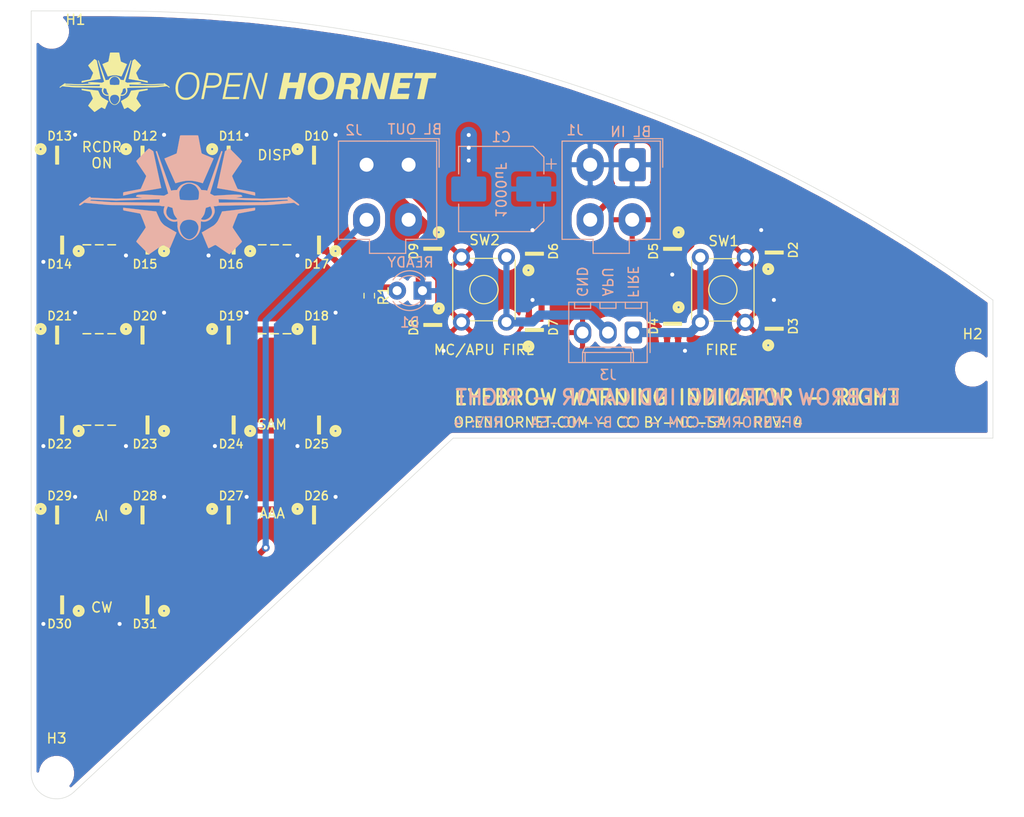
<source format=kicad_pcb>
(kicad_pcb (version 20171130) (host pcbnew "(5.1.12-1-10_14)")
  (layers (0 F.Cu signal) (31 B.Cu signal) (34 B.Paste user) (35 F.Paste user) (36 B.SilkS user) (37 F.SilkS user) (38 B.Mask user) (39 F.Mask user) (44 Edge.Cuts user))
  (net 0 "")
  (net 1 GND)
  (net 2 +5V)
  (net 3 "Net-(D1-Pad2)")
  (net 4 /DIN)
  (net 5 "Net-(D2-Pad1)")
  (net 6 "Net-(D3-Pad1)")
  (net 7 "Net-(D4-Pad1)")
  (net 8 "Net-(D5-Pad1)")
  (net 9 "Net-(D6-Pad1)")
  (net 10 "Net-(D7-Pad1)")
  (net 11 "Net-(D8-Pad1)")
  (net 12 /DOUT1)
  (net 13 "Net-(D10-Pad1)")
  (net 14 "Net-(D11-Pad1)")
  (net 15 "Net-(D12-Pad1)")
  (net 16 "Net-(D13-Pad1)")
  (net 17 "Net-(D14-Pad1)")
  (net 18 "Net-(D15-Pad1)")
  (net 19 "Net-(D16-Pad1)")
  (net 20 /DOUT2)
  (net 21 "Net-(D18-Pad1)")
  (net 22 "Net-(D19-Pad1)")
  (net 23 "Net-(D20-Pad1)")
  (net 24 "Net-(D21-Pad1)")
  (net 25 "Net-(D22-Pad1)")
  (net 26 "Net-(D23-Pad1)")
  (net 27 "Net-(D24-Pad1)")
  (net 28 /DOUT3)
  (net 29 "Net-(D26-Pad1)")
  (net 30 "Net-(D27-Pad1)")
  (net 31 "Net-(D28-Pad1)")
  (net 32 "Net-(D29-Pad1)")
  (net 33 "Net-(D30-Pad1)")
  (net 34 /DOUT)
  (net 35 /MC_SW)
  (net 36 /FIRE_SW)
  (module KiCAD_Libraries:WS2812-2020 (layer F.Cu) (at 112.712499 116.842797)
    (fp_text reference D31 (at 0 1.905) (layer F.SilkS) (effects (font (size 0.85 0.85))))
    (fp_text value LED hide)
    (pad 4 smd rect (at -0.915 0.55) (size 0.7 0.7) (layers F.Cu F.Paste F.Mask) (net 2 +5V))
    (pad 3 smd rect (at -0.915 -0.55) (size 0.7 0.7) (layers F.Cu F.Paste F.Mask) (net 33 "Net-(D30-Pad1)"))
    (pad 2 smd rect (at 0.915 -0.55) (size 0.7 0.7) (layers F.Cu F.Paste F.Mask) (net 1 GND))
    (pad 1 smd rect (at 0.915 0.55) (size 0.7 0.7) (layers F.Cu F.Paste F.Mask) (net 34 /DOUT))
  )
  (module KiCAD_Libraries:WS2812-2020 (layer F.Cu) (at 104.178099 116.842797)
    (fp_text reference D30 (at 0 1.905) (layer F.SilkS) (effects (font (size 0.85 0.85))))
    (fp_text value LED hide)
    (pad 4 smd rect (at -0.915 0.55) (size 0.7 0.7) (layers F.Cu F.Paste F.Mask) (net 2 +5V))
    (pad 3 smd rect (at -0.915 -0.55) (size 0.7 0.7) (layers F.Cu F.Paste F.Mask) (net 32 "Net-(D29-Pad1)"))
    (pad 2 smd rect (at 0.915 -0.55) (size 0.7 0.7) (layers F.Cu F.Paste F.Mask) (net 1 GND))
    (pad 1 smd rect (at 0.915 0.55) (size 0.7 0.7) (layers F.Cu F.Paste F.Mask) (net 33 "Net-(D30-Pad1)"))
  )
  (module KiCAD_Libraries:WS2812-2020 (layer F.Cu) (at 104.178099 107.851197 180)
    (fp_text reference D29 (at 0 1.905) (layer F.SilkS) (effects (font (size 0.85 0.85))))
    (fp_text value LED hide)
    (pad 4 smd rect (at -0.915 0.55 180) (size 0.7 0.7) (layers F.Cu F.Paste F.Mask) (net 2 +5V))
    (pad 3 smd rect (at -0.915 -0.55 180) (size 0.7 0.7) (layers F.Cu F.Paste F.Mask) (net 31 "Net-(D28-Pad1)"))
    (pad 2 smd rect (at 0.915 -0.55 180) (size 0.7 0.7) (layers F.Cu F.Paste F.Mask) (net 1 GND))
    (pad 1 smd rect (at 0.915 0.55 180) (size 0.7 0.7) (layers F.Cu F.Paste F.Mask) (net 32 "Net-(D29-Pad1)"))
  )
  (module KiCAD_Libraries:WS2812-2020 (layer F.Cu) (at 112.712499 107.851197 180)
    (fp_text reference D28 (at 0 1.905) (layer F.SilkS) (effects (font (size 0.85 0.85))))
    (fp_text value LED hide)
    (pad 4 smd rect (at -0.915 0.55 180) (size 0.7 0.7) (layers F.Cu F.Paste F.Mask) (net 2 +5V))
    (pad 3 smd rect (at -0.915 -0.55 180) (size 0.7 0.7) (layers F.Cu F.Paste F.Mask) (net 30 "Net-(D27-Pad1)"))
    (pad 2 smd rect (at 0.915 -0.55 180) (size 0.7 0.7) (layers F.Cu F.Paste F.Mask) (net 1 GND))
    (pad 1 smd rect (at 0.915 0.55 180) (size 0.7 0.7) (layers F.Cu F.Paste F.Mask) (net 31 "Net-(D28-Pad1)"))
  )
  (module KiCAD_Libraries:WS2812-2020 (layer F.Cu) (at 121.323099 107.851197 180)
    (fp_text reference D27 (at 0 1.905) (layer F.SilkS) (effects (font (size 0.85 0.85))))
    (fp_text value LED hide)
    (pad 4 smd rect (at -0.915 0.55 180) (size 0.7 0.7) (layers F.Cu F.Paste F.Mask) (net 2 +5V))
    (pad 3 smd rect (at -0.915 -0.55 180) (size 0.7 0.7) (layers F.Cu F.Paste F.Mask) (net 29 "Net-(D26-Pad1)"))
    (pad 2 smd rect (at 0.915 -0.55 180) (size 0.7 0.7) (layers F.Cu F.Paste F.Mask) (net 1 GND))
    (pad 1 smd rect (at 0.915 0.55 180) (size 0.7 0.7) (layers F.Cu F.Paste F.Mask) (net 30 "Net-(D27-Pad1)"))
  )
  (module KiCAD_Libraries:WS2812-2020 (layer F.Cu) (at 129.857499 107.851197 180)
    (fp_text reference D26 (at 0 1.905) (layer F.SilkS) (effects (font (size 0.85 0.85))))
    (fp_text value LED hide)
    (pad 4 smd rect (at -0.915 0.55 180) (size 0.7 0.7) (layers F.Cu F.Paste F.Mask) (net 2 +5V))
    (pad 3 smd rect (at -0.915 -0.55 180) (size 0.7 0.7) (layers F.Cu F.Paste F.Mask) (net 28 /DOUT3))
    (pad 2 smd rect (at 0.915 -0.55 180) (size 0.7 0.7) (layers F.Cu F.Paste F.Mask) (net 1 GND))
    (pad 1 smd rect (at 0.915 0.55 180) (size 0.7 0.7) (layers F.Cu F.Paste F.Mask) (net 29 "Net-(D26-Pad1)"))
  )
  (module KiCAD_Libraries:WS2812-2020 (layer F.Cu) (at 129.857499 98.859597)
    (fp_text reference D25 (at 0 1.905) (layer F.SilkS) (effects (font (size 0.85 0.85))))
    (fp_text value LED hide)
    (pad 4 smd rect (at -0.915 0.55) (size 0.7 0.7) (layers F.Cu F.Paste F.Mask) (net 2 +5V))
    (pad 3 smd rect (at -0.915 -0.55) (size 0.7 0.7) (layers F.Cu F.Paste F.Mask) (net 27 "Net-(D24-Pad1)"))
    (pad 2 smd rect (at 0.915 -0.55) (size 0.7 0.7) (layers F.Cu F.Paste F.Mask) (net 1 GND))
    (pad 1 smd rect (at 0.915 0.55) (size 0.7 0.7) (layers F.Cu F.Paste F.Mask) (net 28 /DOUT3))
  )
  (module KiCAD_Libraries:WS2812-2020 (layer F.Cu) (at 121.323099 98.859597)
    (fp_text reference D24 (at 0 1.905) (layer F.SilkS) (effects (font (size 0.85 0.85))))
    (fp_text value LED hide)
    (pad 4 smd rect (at -0.915 0.55) (size 0.7 0.7) (layers F.Cu F.Paste F.Mask) (net 2 +5V))
    (pad 3 smd rect (at -0.915 -0.55) (size 0.7 0.7) (layers F.Cu F.Paste F.Mask) (net 26 "Net-(D23-Pad1)"))
    (pad 2 smd rect (at 0.915 -0.55) (size 0.7 0.7) (layers F.Cu F.Paste F.Mask) (net 1 GND))
    (pad 1 smd rect (at 0.915 0.55) (size 0.7 0.7) (layers F.Cu F.Paste F.Mask) (net 27 "Net-(D24-Pad1)"))
  )
  (module KiCAD_Libraries:WS2812-2020 (layer F.Cu) (at 112.712499 98.859597)
    (fp_text reference D23 (at 0 1.905) (layer F.SilkS) (effects (font (size 0.85 0.85))))
    (fp_text value LED hide)
    (pad 4 smd rect (at -0.915 0.55) (size 0.7 0.7) (layers F.Cu F.Paste F.Mask) (net 2 +5V))
    (pad 3 smd rect (at -0.915 -0.55) (size 0.7 0.7) (layers F.Cu F.Paste F.Mask) (net 25 "Net-(D22-Pad1)"))
    (pad 2 smd rect (at 0.915 -0.55) (size 0.7 0.7) (layers F.Cu F.Paste F.Mask) (net 1 GND))
    (pad 1 smd rect (at 0.915 0.55) (size 0.7 0.7) (layers F.Cu F.Paste F.Mask) (net 26 "Net-(D23-Pad1)"))
  )
  (module KiCAD_Libraries:WS2812-2020 (layer F.Cu) (at 104.178099 98.859597)
    (fp_text reference D22 (at 0 1.905) (layer F.SilkS) (effects (font (size 0.85 0.85))))
    (fp_text value LED hide)
    (pad 4 smd rect (at -0.915 0.55) (size 0.7 0.7) (layers F.Cu F.Paste F.Mask) (net 2 +5V))
    (pad 3 smd rect (at -0.915 -0.55) (size 0.7 0.7) (layers F.Cu F.Paste F.Mask) (net 24 "Net-(D21-Pad1)"))
    (pad 2 smd rect (at 0.915 -0.55) (size 0.7 0.7) (layers F.Cu F.Paste F.Mask) (net 1 GND))
    (pad 1 smd rect (at 0.915 0.55) (size 0.7 0.7) (layers F.Cu F.Paste F.Mask) (net 25 "Net-(D22-Pad1)"))
  )
  (module KiCAD_Libraries:WS2812-2020 (layer F.Cu) (at 104.178099 89.867997 180)
    (fp_text reference D21 (at 0 1.905) (layer F.SilkS) (effects (font (size 0.85 0.85))))
    (fp_text value LED hide)
    (pad 4 smd rect (at -0.915 0.55 180) (size 0.7 0.7) (layers F.Cu F.Paste F.Mask) (net 2 +5V))
    (pad 3 smd rect (at -0.915 -0.55 180) (size 0.7 0.7) (layers F.Cu F.Paste F.Mask) (net 23 "Net-(D20-Pad1)"))
    (pad 2 smd rect (at 0.915 -0.55 180) (size 0.7 0.7) (layers F.Cu F.Paste F.Mask) (net 1 GND))
    (pad 1 smd rect (at 0.915 0.55 180) (size 0.7 0.7) (layers F.Cu F.Paste F.Mask) (net 24 "Net-(D21-Pad1)"))
  )
  (module KiCAD_Libraries:WS2812-2020 (layer F.Cu) (at 112.712499 89.867997 180)
    (fp_text reference D20 (at 0 1.905) (layer F.SilkS) (effects (font (size 0.85 0.85))))
    (fp_text value LED hide)
    (pad 4 smd rect (at -0.915 0.55 180) (size 0.7 0.7) (layers F.Cu F.Paste F.Mask) (net 2 +5V))
    (pad 3 smd rect (at -0.915 -0.55 180) (size 0.7 0.7) (layers F.Cu F.Paste F.Mask) (net 22 "Net-(D19-Pad1)"))
    (pad 2 smd rect (at 0.915 -0.55 180) (size 0.7 0.7) (layers F.Cu F.Paste F.Mask) (net 1 GND))
    (pad 1 smd rect (at 0.915 0.55 180) (size 0.7 0.7) (layers F.Cu F.Paste F.Mask) (net 23 "Net-(D20-Pad1)"))
  )
  (module KiCAD_Libraries:WS2812-2020 (layer F.Cu) (at 121.323099 89.867997 180)
    (fp_text reference D19 (at 0 1.905) (layer F.SilkS) (effects (font (size 0.85 0.85))))
    (fp_text value LED hide)
    (pad 4 smd rect (at -0.915 0.55 180) (size 0.7 0.7) (layers F.Cu F.Paste F.Mask) (net 2 +5V))
    (pad 3 smd rect (at -0.915 -0.55 180) (size 0.7 0.7) (layers F.Cu F.Paste F.Mask) (net 21 "Net-(D18-Pad1)"))
    (pad 2 smd rect (at 0.915 -0.55 180) (size 0.7 0.7) (layers F.Cu F.Paste F.Mask) (net 1 GND))
    (pad 1 smd rect (at 0.915 0.55 180) (size 0.7 0.7) (layers F.Cu F.Paste F.Mask) (net 22 "Net-(D19-Pad1)"))
  )
  (module KiCAD_Libraries:WS2812-2020 (layer F.Cu) (at 129.857499 89.867997 180)
    (fp_text reference D18 (at 0 1.905) (layer F.SilkS) (effects (font (size 0.85 0.85))))
    (fp_text value LED hide)
    (pad 4 smd rect (at -0.915 0.55 180) (size 0.7 0.7) (layers F.Cu F.Paste F.Mask) (net 2 +5V))
    (pad 3 smd rect (at -0.915 -0.55 180) (size 0.7 0.7) (layers F.Cu F.Paste F.Mask) (net 20 /DOUT2))
    (pad 2 smd rect (at 0.915 -0.55 180) (size 0.7 0.7) (layers F.Cu F.Paste F.Mask) (net 1 GND))
    (pad 1 smd rect (at 0.915 0.55 180) (size 0.7 0.7) (layers F.Cu F.Paste F.Mask) (net 21 "Net-(D18-Pad1)"))
  )
  (module KiCAD_Libraries:WS2812-2020 (layer F.Cu) (at 129.857499 80.876398)
    (fp_text reference D17 (at 0 1.905) (layer F.SilkS) (effects (font (size 0.85 0.85))))
    (fp_text value LED hide)
    (pad 4 smd rect (at -0.915 0.55) (size 0.7 0.7) (layers F.Cu F.Paste F.Mask) (net 2 +5V))
    (pad 3 smd rect (at -0.915 -0.55) (size 0.7 0.7) (layers F.Cu F.Paste F.Mask) (net 19 "Net-(D16-Pad1)"))
    (pad 2 smd rect (at 0.915 -0.55) (size 0.7 0.7) (layers F.Cu F.Paste F.Mask) (net 1 GND))
    (pad 1 smd rect (at 0.915 0.55) (size 0.7 0.7) (layers F.Cu F.Paste F.Mask) (net 20 /DOUT2))
  )
  (module KiCAD_Libraries:WS2812-2020 (layer F.Cu) (at 121.323099 80.876398)
    (fp_text reference D16 (at 0 1.905) (layer F.SilkS) (effects (font (size 0.85 0.85))))
    (fp_text value LED hide)
    (pad 4 smd rect (at -0.915 0.55) (size 0.7 0.7) (layers F.Cu F.Paste F.Mask) (net 2 +5V))
    (pad 3 smd rect (at -0.915 -0.55) (size 0.7 0.7) (layers F.Cu F.Paste F.Mask) (net 18 "Net-(D15-Pad1)"))
    (pad 2 smd rect (at 0.915 -0.55) (size 0.7 0.7) (layers F.Cu F.Paste F.Mask) (net 1 GND))
    (pad 1 smd rect (at 0.915 0.55) (size 0.7 0.7) (layers F.Cu F.Paste F.Mask) (net 19 "Net-(D16-Pad1)"))
  )
  (module KiCAD_Libraries:WS2812-2020 (layer F.Cu) (at 112.712499 80.876398)
    (fp_text reference D15 (at 0 1.905) (layer F.SilkS) (effects (font (size 0.85 0.85))))
    (fp_text value LED hide)
    (pad 4 smd rect (at -0.915 0.55) (size 0.7 0.7) (layers F.Cu F.Paste F.Mask) (net 2 +5V))
    (pad 3 smd rect (at -0.915 -0.55) (size 0.7 0.7) (layers F.Cu F.Paste F.Mask) (net 17 "Net-(D14-Pad1)"))
    (pad 2 smd rect (at 0.915 -0.55) (size 0.7 0.7) (layers F.Cu F.Paste F.Mask) (net 1 GND))
    (pad 1 smd rect (at 0.915 0.55) (size 0.7 0.7) (layers F.Cu F.Paste F.Mask) (net 18 "Net-(D15-Pad1)"))
  )
  (module KiCAD_Libraries:WS2812-2020 (layer F.Cu) (at 104.178099 80.876398)
    (fp_text reference D14 (at 0 1.905) (layer F.SilkS) (effects (font (size 0.85 0.85))))
    (fp_text value LED hide)
    (pad 4 smd rect (at -0.915 0.55) (size 0.7 0.7) (layers F.Cu F.Paste F.Mask) (net 2 +5V))
    (pad 3 smd rect (at -0.915 -0.55) (size 0.7 0.7) (layers F.Cu F.Paste F.Mask) (net 16 "Net-(D13-Pad1)"))
    (pad 2 smd rect (at 0.915 -0.55) (size 0.7 0.7) (layers F.Cu F.Paste F.Mask) (net 1 GND))
    (pad 1 smd rect (at 0.915 0.55) (size 0.7 0.7) (layers F.Cu F.Paste F.Mask) (net 17 "Net-(D14-Pad1)"))
  )
  (module KiCAD_Libraries:WS2812-2020 (layer F.Cu) (at 104.178099 71.884798 180)
    (fp_text reference D13 (at 0 1.905) (layer F.SilkS) (effects (font (size 0.85 0.85))))
    (fp_text value LED hide)
    (pad 4 smd rect (at -0.915 0.55 180) (size 0.7 0.7) (layers F.Cu F.Paste F.Mask) (net 2 +5V))
    (pad 3 smd rect (at -0.915 -0.55 180) (size 0.7 0.7) (layers F.Cu F.Paste F.Mask) (net 15 "Net-(D12-Pad1)"))
    (pad 2 smd rect (at 0.915 -0.55 180) (size 0.7 0.7) (layers F.Cu F.Paste F.Mask) (net 1 GND))
    (pad 1 smd rect (at 0.915 0.55 180) (size 0.7 0.7) (layers F.Cu F.Paste F.Mask) (net 16 "Net-(D13-Pad1)"))
  )
  (module KiCAD_Libraries:WS2812-2020 (layer F.Cu) (at 112.712499 71.884798 180)
    (fp_text reference D12 (at 0 1.905) (layer F.SilkS) (effects (font (size 0.85 0.85))))
    (fp_text value LED hide)
    (pad 4 smd rect (at -0.915 0.55 180) (size 0.7 0.7) (layers F.Cu F.Paste F.Mask) (net 2 +5V))
    (pad 3 smd rect (at -0.915 -0.55 180) (size 0.7 0.7) (layers F.Cu F.Paste F.Mask) (net 14 "Net-(D11-Pad1)"))
    (pad 2 smd rect (at 0.915 -0.55 180) (size 0.7 0.7) (layers F.Cu F.Paste F.Mask) (net 1 GND))
    (pad 1 smd rect (at 0.915 0.55 180) (size 0.7 0.7) (layers F.Cu F.Paste F.Mask) (net 15 "Net-(D12-Pad1)"))
  )
  (module KiCAD_Libraries:WS2812-2020 (layer F.Cu) (at 121.323099 71.884797 180)
    (fp_text reference D11 (at 0 1.905) (layer F.SilkS) (effects (font (size 0.85 0.85))))
    (fp_text value LED hide)
    (pad 4 smd rect (at -0.915 0.55 180) (size 0.7 0.7) (layers F.Cu F.Paste F.Mask) (net 2 +5V))
    (pad 3 smd rect (at -0.915 -0.55 180) (size 0.7 0.7) (layers F.Cu F.Paste F.Mask) (net 13 "Net-(D10-Pad1)"))
    (pad 2 smd rect (at 0.915 -0.55 180) (size 0.7 0.7) (layers F.Cu F.Paste F.Mask) (net 1 GND))
    (pad 1 smd rect (at 0.915 0.55 180) (size 0.7 0.7) (layers F.Cu F.Paste F.Mask) (net 14 "Net-(D11-Pad1)"))
  )
  (module KiCAD_Libraries:WS2812-2020 (layer F.Cu) (at 129.857499 71.884797 180)
    (fp_text reference D10 (at 0 1.905) (layer F.SilkS) (effects (font (size 0.85 0.85))))
    (fp_text value LED hide)
    (pad 4 smd rect (at -0.915 0.55 180) (size 0.7 0.7) (layers F.Cu F.Paste F.Mask) (net 2 +5V))
    (pad 3 smd rect (at -0.915 -0.55 180) (size 0.7 0.7) (layers F.Cu F.Paste F.Mask) (net 12 /DOUT1))
    (pad 2 smd rect (at 0.915 -0.55 180) (size 0.7 0.7) (layers F.Cu F.Paste F.Mask) (net 1 GND))
    (pad 1 smd rect (at 0.915 0.55 180) (size 0.7 0.7) (layers F.Cu F.Paste F.Mask) (net 13 "Net-(D10-Pad1)"))
  )
  (module KiCAD_Libraries:WS2812-2020 (layer F.Cu) (at 141.47905 81.492195 90)
    (fp_text reference D9 (at 0 -1.905 90) (layer F.SilkS) (effects (font (size 0.85 0.85))))
    (fp_text value LED hide)
    (pad 4 smd rect (at -0.915 0.55 90) (size 0.7 0.7) (layers F.Cu F.Paste F.Mask) (net 2 +5V))
    (pad 3 smd rect (at -0.915 -0.55 90) (size 0.7 0.7) (layers F.Cu F.Paste F.Mask) (net 11 "Net-(D8-Pad1)"))
    (pad 2 smd rect (at 0.915 -0.55 90) (size 0.7 0.7) (layers F.Cu F.Paste F.Mask) (net 1 GND))
    (pad 1 smd rect (at 0.915 0.55 90) (size 0.7 0.7) (layers F.Cu F.Paste F.Mask) (net 12 /DOUT1))
  )
  (module KiCAD_Libraries:WS2812-2020 (layer F.Cu) (at 141.47905 89.112195 90)
    (fp_text reference D8 (at 0 -1.905 90) (layer F.SilkS) (effects (font (size 0.85 0.85))))
    (fp_text value LED hide)
    (pad 4 smd rect (at -0.915 0.55 90) (size 0.7 0.7) (layers F.Cu F.Paste F.Mask) (net 2 +5V))
    (pad 3 smd rect (at -0.915 -0.55 90) (size 0.7 0.7) (layers F.Cu F.Paste F.Mask) (net 10 "Net-(D7-Pad1)"))
    (pad 2 smd rect (at 0.915 -0.55 90) (size 0.7 0.7) (layers F.Cu F.Paste F.Mask) (net 1 GND))
    (pad 1 smd rect (at 0.915 0.55 90) (size 0.7 0.7) (layers F.Cu F.Paste F.Mask) (net 11 "Net-(D8-Pad1)"))
  )
  (module KiCAD_Libraries:WS2812-2020 (layer F.Cu) (at 151.63905 89.112195 270)
    (fp_text reference D7 (at 0 -1.905 90) (layer F.SilkS) (effects (font (size 0.85 0.85))))
    (fp_text value LED hide)
    (pad 4 smd rect (at -0.915 0.55 270) (size 0.7 0.7) (layers F.Cu F.Paste F.Mask) (net 2 +5V))
    (pad 3 smd rect (at -0.915 -0.55 270) (size 0.7 0.7) (layers F.Cu F.Paste F.Mask) (net 9 "Net-(D6-Pad1)"))
    (pad 2 smd rect (at 0.915 -0.55 270) (size 0.7 0.7) (layers F.Cu F.Paste F.Mask) (net 1 GND))
    (pad 1 smd rect (at 0.915 0.55 270) (size 0.7 0.7) (layers F.Cu F.Paste F.Mask) (net 10 "Net-(D7-Pad1)"))
  )
  (module KiCAD_Libraries:WS2812-2020 (layer F.Cu) (at 151.63905 81.492195 270)
    (fp_text reference D6 (at 0 -1.905 90) (layer F.SilkS) (effects (font (size 0.85 0.85))))
    (fp_text value LED hide)
    (pad 4 smd rect (at -0.915 0.55 270) (size 0.7 0.7) (layers F.Cu F.Paste F.Mask) (net 2 +5V))
    (pad 3 smd rect (at -0.915 -0.55 270) (size 0.7 0.7) (layers F.Cu F.Paste F.Mask) (net 8 "Net-(D5-Pad1)"))
    (pad 2 smd rect (at 0.915 -0.55 270) (size 0.7 0.7) (layers F.Cu F.Paste F.Mask) (net 1 GND))
    (pad 1 smd rect (at 0.915 0.55 270) (size 0.7 0.7) (layers F.Cu F.Paste F.Mask) (net 9 "Net-(D6-Pad1)"))
  )
  (module KiCAD_Libraries:WS2812-2020 (layer F.Cu) (at 165.44905 81.502195 90)
    (fp_text reference D5 (at 0 -1.905 90) (layer F.SilkS) (effects (font (size 0.85 0.85))))
    (fp_text value LED hide)
    (pad 4 smd rect (at -0.915 0.55 90) (size 0.7 0.7) (layers F.Cu F.Paste F.Mask) (net 2 +5V))
    (pad 3 smd rect (at -0.915 -0.55 90) (size 0.7 0.7) (layers F.Cu F.Paste F.Mask) (net 7 "Net-(D4-Pad1)"))
    (pad 2 smd rect (at 0.915 -0.55 90) (size 0.7 0.7) (layers F.Cu F.Paste F.Mask) (net 1 GND))
    (pad 1 smd rect (at 0.915 0.55 90) (size 0.7 0.7) (layers F.Cu F.Paste F.Mask) (net 8 "Net-(D5-Pad1)"))
  )
  (module KiCAD_Libraries:WS2812-2020 (layer F.Cu) (at 165.449049 88.992139 90)
    (fp_text reference D4 (at 0 -1.904999 90) (layer F.SilkS) (effects (font (size 0.85 0.85))))
    (fp_text value LED hide)
    (pad 4 smd rect (at -0.915 0.55 90) (size 0.7 0.7) (layers F.Cu F.Paste F.Mask) (net 2 +5V))
    (pad 3 smd rect (at -0.915 -0.55 90) (size 0.7 0.7) (layers F.Cu F.Paste F.Mask) (net 6 "Net-(D3-Pad1)"))
    (pad 2 smd rect (at 0.915 -0.55 90) (size 0.7 0.7) (layers F.Cu F.Paste F.Mask) (net 1 GND))
    (pad 1 smd rect (at 0.915 0.55 90) (size 0.7 0.7) (layers F.Cu F.Paste F.Mask) (net 7 "Net-(D4-Pad1)"))
  )
  (module KiCAD_Libraries:WS2812-2020 (layer F.Cu) (at 175.609049 88.992139 270)
    (fp_text reference D3 (at 0 -1.905001 90) (layer F.SilkS) (effects (font (size 0.85 0.85))))
    (fp_text value LED hide)
    (pad 4 smd rect (at -0.915 0.55 270) (size 0.7 0.7) (layers F.Cu F.Paste F.Mask) (net 2 +5V))
    (pad 3 smd rect (at -0.915 -0.55 270) (size 0.7 0.7) (layers F.Cu F.Paste F.Mask) (net 5 "Net-(D2-Pad1)"))
    (pad 2 smd rect (at 0.915 -0.55 270) (size 0.7 0.7) (layers F.Cu F.Paste F.Mask) (net 1 GND))
    (pad 1 smd rect (at 0.915 0.55 270) (size 0.7 0.7) (layers F.Cu F.Paste F.Mask) (net 6 "Net-(D3-Pad1)"))
  )
  (module KiCAD_Libraries:WS2812-2020 (layer F.Cu) (at 175.609049 81.372139 270)
    (fp_text reference D2 (at 0 -1.905001 90) (layer F.SilkS) (effects (font (size 0.85 0.85))))
    (fp_text value LED hide)
    (pad 4 smd rect (at -0.915 0.55 270) (size 0.7 0.7) (layers F.Cu F.Paste F.Mask) (net 2 +5V))
    (pad 3 smd rect (at -0.915 -0.55 270) (size 0.7 0.7) (layers F.Cu F.Paste F.Mask) (net 4 /DIN))
    (pad 2 smd rect (at 0.915 -0.55 270) (size 0.7 0.7) (layers F.Cu F.Paste F.Mask) (net 1 GND))
    (pad 1 smd rect (at 0.915 0.55 270) (size 0.7 0.7) (layers F.Cu F.Paste F.Mask) (net 5 "Net-(D2-Pad1)"))
  )
  (module Button_Switch_THT:SW_TH_Tactile_Omron_B3F-10xx (layer F.Cu) (at 148.842849 82.075596 270)
    (fp_text reference SW2 (at -1.7018 2.1844 180) (layer F.SilkS))
    (fp_text value "MC/APU FIRE" (at 9.2766 2.2098 180) (layer F.SilkS))
    (pad 1 thru_hole circle (at 0 0 270) (size 1.7 1.7) (drill 1) (layers *.Cu *.Mask) (net 35 /MC_SW))
    (pad 2 thru_hole circle (at 6.5 0 270) (size 1.7 1.7) (drill 1) (layers *.Cu *.Mask) (net 35 /MC_SW))
    (pad 3 thru_hole circle (at 0 4.5 270) (size 1.7 1.7) (drill 1) (layers *.Cu *.Mask) (net 1 GND))
    (pad 4 thru_hole circle (at 6.5 4.5 270) (size 1.7 1.7) (drill 1) (layers *.Cu *.Mask) (net 1 GND))
  )
  (module Button_Switch_THT:SW_TH_Tactile_Omron_B3F-10xx (layer F.Cu) (at 168.223049 88.603396 90)
    (fp_text reference SW1 (at 8.128 2.3368 180) (layer F.SilkS))
    (fp_text value FIRE (at -2.7488 2.1336 180) (layer F.SilkS))
    (pad 1 thru_hole circle (at 0 0 90) (size 1.7 1.7) (drill 1) (layers *.Cu *.Mask) (net 36 /FIRE_SW))
    (pad 2 thru_hole circle (at 6.5 0 90) (size 1.7 1.7) (drill 1) (layers *.Cu *.Mask) (net 36 /FIRE_SW))
    (pad 3 thru_hole circle (at 0 4.5 90) (size 1.7 1.7) (drill 1) (layers *.Cu *.Mask) (net 1 GND))
    (pad 4 thru_hole circle (at 6.5 4.5 90) (size 1.7 1.7) (drill 1) (layers *.Cu *.Mask) (net 1 GND))
  )
  (module "KiCAD Libraries:OH_LOGO_37.7mm_5.9mm" (layer F.Cu) (at 123.009049 64.602196)
    (fp_text reference G*** hide)
    (fp_text value LOGO hide)
  )
  (module "KiCAD Libraries:OH_LOGO_ONLY_22mm_12mm" (layer B.Cu) (at 117.157499 75.948797 180)
    (fp_text reference G*** hide)
    (fp_text value LOGO hide)
  )
  (module Resistor_SMD:R_0603_1608Metric (layer F.Cu) (at 135.12905 85.937195 270)
    (fp_text reference R1 (at 0 -1.43 90) (layer F.SilkS))
    (fp_text value R)
    (pad 2 smd roundrect (at 0.825 0 270) (size 0.8 0.95) (layers F.Cu F.Paste F.Mask) (net 1 GND))
    (pad 1 smd roundrect (at -0.825 0 270) (size 0.8 0.95) (layers F.Cu F.Paste F.Mask) (net 3 "Net-(D1-Pad2)"))
  )
  (module Connector_Molex:Molex_KK-254_AE-6410-03A_1x03_P2.54mm_Vertical (layer B.Cu) (at 161.5313 89.623143 180)
    (fp_text reference J3 (at 2.522251 -4.229053) (layer B.SilkS) (effects (justify mirror)))
    (fp_text value SW)
    (pad 3 thru_hole oval (at 5.08 0 180) (size 1.74 2.19) (drill 1.19) (layers *.Cu *.Mask) (net 1 GND))
    (pad 2 thru_hole oval (at 2.54 0 180) (size 1.74 2.19) (drill 1.19) (layers *.Cu *.Mask) (net 35 /MC_SW))
    (pad 1 thru_hole roundrect (at 0 0 180) (size 1.74 2.19) (drill 1.19) (layers *.Cu *.Mask) (roundrect_rratio 0.1436775862068966) (net 36 /FIRE_SW))
  )
  (module Connector_Molex:Molex_Mini-Fit_Jr_5566-04A_2x02_P4.20mm_Vertical (layer B.Cu) (at 139.0613 72.844144 180)
    (fp_text reference J2 (at 5.47 3.45) (layer B.SilkS) (effects (justify mirror)))
    (fp_text value "BL OUT" (at -0.626 3.541001) (layer B.SilkS) (effects (justify mirror)))
    (pad 4 thru_hole oval (at 4.2 -5.5 180) (size 2.7 3.3) (drill 1.4) (layers *.Cu *.Mask) (net 34 /DOUT))
    (pad 3 thru_hole oval (at 0 -5.5 180) (size 2.7 3.3) (drill 1.4) (layers *.Cu *.Mask) (net 1 GND))
    (pad 2 thru_hole oval (at 4.2 0 180) (size 2.7 3.3) (drill 1.4) (layers *.Cu *.Mask) (net 2 +5V))
    (pad 1 thru_hole roundrect (at 0 0 180) (size 2.7 3.3) (drill 1.4) (layers *.Cu *.Mask) (roundrect_rratio 0.09259296296296296) (net 2 +5V))
  )
  (module Connector_Molex:Molex_Mini-Fit_Jr_5566-04A_2x02_P4.20mm_Vertical (layer B.Cu) (at 161.4133 72.844144 180)
    (fp_text reference J1 (at 5.724 3.45) (layer B.SilkS) (effects (justify mirror)))
    (fp_text value "BL IN" (at 0.136 3.287001) (layer B.SilkS) (effects (justify mirror)))
    (pad 4 thru_hole oval (at 4.2 -5.5 180) (size 2.7 3.3) (drill 1.4) (layers *.Cu *.Mask) (net 4 /DIN))
    (pad 3 thru_hole oval (at 0 -5.5 180) (size 2.7 3.3) (drill 1.4) (layers *.Cu *.Mask) (net 1 GND))
    (pad 2 thru_hole oval (at 4.2 0 180) (size 2.7 3.3) (drill 1.4) (layers *.Cu *.Mask) (net 2 +5V))
    (pad 1 thru_hole roundrect (at 0 0 180) (size 2.7 3.3) (drill 1.4) (layers *.Cu *.Mask) (roundrect_rratio 0.09259296296296296) (net 2 +5V))
  )
  (module MountingHole:MountingHole_2.5mm (layer F.Cu) (at 103.873299 133.692144)
    (fp_text reference H3 (at 0 -3.5) (layer F.SilkS))
    (fp_text value MountingHole)
    (pad 1 np_thru_hole circle (at 0 0) (size 2.5 2.5) (drill 2.5) (layers *.Cu *.Mask))
  )
  (module MountingHole:MountingHole_2.5mm (layer F.Cu) (at 195.440298 93.273658)
    (fp_text reference H2 (at 0 -3.5) (layer F.SilkS))
    (fp_text value MountingHole)
    (pad 1 np_thru_hole circle (at 0 0) (size 2.5 2.5) (drill 2.5) (layers *.Cu *.Mask))
  )
  (module MountingHole:MountingHole_2.5mm (layer F.Cu) (at 103.365299 59.502298)
    (fp_text reference H1 (at 2.39375 -1.150102) (layer F.SilkS))
    (fp_text value MountingHole)
    (pad 1 np_thru_hole circle (at 0 0) (size 2.5 2.5) (drill 2.5) (layers *.Cu *.Mask))
  )
  (module LED_THT:LED_D3.0mm (layer B.Cu) (at 140.4493 85.432143 180)
    (fp_text reference D1 (at 1.27 -3.175) (layer B.SilkS) (effects (justify mirror)))
    (fp_text value PWR)
    (pad 2 thru_hole circle (at 2.54 0 180) (size 1.8 1.8) (drill 0.9) (layers *.Cu *.Mask) (net 3 "Net-(D1-Pad2)"))
    (pad 1 thru_hole rect (at 0 0 180) (size 1.8 1.8) (drill 0.9) (layers *.Cu *.Mask) (net 2 +5V))
  )
  (module Capacitor_SMD:CP_Elec_8x10 (layer B.Cu) (at 148.3233 75.272144 180)
    (fp_text reference C1 (at 0 5.2) (layer B.SilkS) (effects (justify mirror)))
    (fp_text value "1000 nF")
    (pad 2 smd roundrect (at 3.25 0 180) (size 3.5 2.5) (layers B.Cu B.Paste B.Mask) (roundrect_rratio 0.1) (net 1 GND))
    (pad 1 smd roundrect (at -3.25 0 180) (size 3.5 2.5) (layers B.Cu B.Paste B.Mask) (roundrect_rratio 0.1) (net 2 +5V))
  )
  (gr_text READY (at 139.259049 82.602196) (layer B.SilkS) (effects (font (size 1 1)) (justify mirror)))
  (gr_text 1000uF (at 148.259049 75.352196 -90) (layer B.SilkS) (effects (font (size 1 1)) (justify mirror)))
  (gr_text CW (at 108.394499 117.096797) (layer F.SilkS) (effects (font (size 1 1))))
  (gr_text AAA (at 125.412499 107.698797) (layer F.SilkS) (effects (font (size 1 1))))
  (gr_text AI (at 108.394499 107.952797) (layer F.SilkS) (effects (font (size 1 1))))
  (gr_text SAM (at 125.412499 98.808797) (layer F.SilkS) (effects (font (size 1 1))))
  (gr_text --- (at 108.140499 98.808797) (layer F.SilkS) (effects (font (size 1 1))))
  (gr_text --- (at 125.666499 89.664797) (layer F.SilkS) (effects (font (size 1 1))))
  (gr_text --- (at 108.140499 89.664797) (layer F.SilkS) (effects (font (size 1 1))))
  (gr_text --- (at 125.666499 80.774797) (layer F.SilkS) (effects (font (size 1 1))))
  (gr_text --- (at 108.140499 80.774797) (layer F.SilkS) (effects (font (size 1 1))))
  (gr_text DISP (at 125.666499 71.884797) (layer F.SilkS) (effects (font (size 1 1))))
  (gr_text "RCDR\nON" (at 108.394499 71.884797) (layer F.SilkS) (effects (font (size 1 1))))
  (gr_text "EYEBROW WARNING INDICATOR - RIGHT" (at 165.856668 96.102196) (layer F.SilkS) (effects (font (size 1.5 1.5) (thickness 0.25))))
  (gr_text "OPENHORNET.COM - CC BY-NC-SA - REV: 4" (at 161.009049 98.602196) (layer F.SilkS) (effects (font (size 1 1))))
  (gr_text "OPENHORNET.COM - CC BY-NC-SA - REV: 4" (at 161.009049 98.602196) (layer B.SilkS) (effects (font (size 1 1)) (justify mirror)))
  (gr_text "EYEBROW WARNING INDICATOR - RIGHT" (at 166.009049 96.102196) (layer B.SilkS) (effects (font (size 1.5 1.5) (thickness 0.25)) (justify mirror)))
  (gr_line (start 101.333299 57.470297) (end 109.207299 57.470297) (layer Edge.Cuts) (width 0.05))
  (gr_text FIRE (at 161.4678 84.543143 -90) (layer B.SilkS) (effects (font (size 1 1)) (justify mirror)))
  (gr_text APU (at 158.9278 84.543143 -90) (layer B.SilkS) (effects (font (size 1 1)) (justify mirror)))
  (gr_text GND (at 156.3878 84.543143 270) (layer B.SilkS) (effects (font (size 1 1)) (justify mirror)))
  (gr_arc (start 109.207299 206.695296) (end 197.472298 86.373269) (angle -36.2627691) (layer Edge.Cuts) (width 0.05))
  (gr_line (start 197.472298 86.373269) (end 197.472298 100.174047) (layer Edge.Cuts) (width 0.05))
  (gr_line (start 143.516021 100.174047) (end 105.606195 135.549204) (layer Edge.Cuts) (width 0.05))
  (gr_line (start 197.472298 100.174047) (end 143.516021 100.174047) (layer Edge.Cuts) (width 0.05))
  (gr_line (start 101.333299 133.692144) (end 101.333299 57.470297) (layer Edge.Cuts) (width 0.05))
  (gr_arc (start 103.873299 133.692144) (end 101.333299 133.692144) (angle -133.0191311) (layer Edge.Cuts) (width 0.05))
  (segment (start 164.89905 80.587195) (end 164.89905 81.399348) (width 0.6096) (layer F.Cu) (net 1))
  (segment (start 166.752891 81.441996) (end 167.322499 80.872388) (width 0.6096) (layer F.Cu) (net 1))
  (segment (start 164.941698 81.441996) (end 166.752891 81.441996) (width 0.6096) (layer F.Cu) (net 1))
  (segment (start 164.89905 81.399348) (end 164.941698 81.441996) (width 0.6096) (layer F.Cu) (net 1))
  (segment (start 167.322499 80.872388) (end 167.322499 80.012797) (width 0.6096) (layer F.Cu) (net 1))
  (segment (start 145.0733 75.272144) (end 145.0733 72.416996) (width 1.6256) (layer B.Cu) (net 1))
  (segment (start 145.0733 69.876996) (end 145.0733 69.876996) (width 1.6256) (layer B.Cu) (net 1))
  (via (at 145.0733 69.876996) (size 0.8) (drill 0.4) (layers F.Cu B.Cu) (net 1))
  (segment (start 145.0733 71.146996) (end 145.0733 69.876996) (width 1.6256) (layer B.Cu) (net 1))
  (via (at 145.0733 71.146996) (size 0.8) (drill 0.4) (layers F.Cu B.Cu) (net 1))
  (segment (start 145.0733 72.416996) (end 145.0733 71.146996) (width 1.6256) (layer B.Cu) (net 1))
  (via (at 145.0733 72.416996) (size 0.8) (drill 0.4) (layers F.Cu B.Cu) (net 1))
  (segment (start 103.263099 72.434798) (end 103.263099 73.103397) (width 0.6096) (layer F.Cu) (net 1))
  (segment (start 103.263099 73.103397) (end 103.822499 73.662797) (width 0.6096) (layer F.Cu) (net 1))
  (segment (start 103.263099 90.417997) (end 103.263099 90.883397) (width 0.6096) (layer F.Cu) (net 1))
  (segment (start 103.263099 90.883397) (end 104.457499 92.077797) (width 0.6096) (layer F.Cu) (net 1))
  (segment (start 103.263099 108.401197) (end 103.263099 109.298397) (width 0.6096) (layer F.Cu) (net 1))
  (segment (start 103.263099 109.298397) (end 104.457499 110.492797) (width 0.6096) (layer F.Cu) (net 1))
  (segment (start 121.2629 108.055038) (end 121.2629 105.073198) (width 0.6096) (layer F.Cu) (net 1))
  (segment (start 120.916741 108.401197) (end 121.2629 108.055038) (width 0.6096) (layer F.Cu) (net 1))
  (segment (start 120.408099 108.401197) (end 120.916741 108.401197) (width 0.6096) (layer F.Cu) (net 1))
  (segment (start 121.2629 105.073198) (end 120.967499 104.777797) (width 0.6096) (layer F.Cu) (net 1))
  (segment (start 121.383298 98.655756) (end 121.383298 100.748596) (width 0.6096) (layer F.Cu) (net 1))
  (segment (start 121.729457 98.309597) (end 121.383298 98.655756) (width 0.6096) (layer F.Cu) (net 1))
  (segment (start 122.238099 98.309597) (end 121.729457 98.309597) (width 0.6096) (layer F.Cu) (net 1))
  (segment (start 121.383298 100.748596) (end 121.602499 100.967797) (width 0.6096) (layer F.Cu) (net 1))
  (segment (start 121.2629 90.071838) (end 121.2629 86.023198) (width 0.6096) (layer F.Cu) (net 1))
  (segment (start 120.916741 90.417997) (end 121.2629 90.071838) (width 0.6096) (layer F.Cu) (net 1))
  (segment (start 120.408099 90.417997) (end 120.916741 90.417997) (width 0.6096) (layer F.Cu) (net 1))
  (segment (start 121.2629 86.023198) (end 120.967499 85.727797) (width 0.6096) (layer F.Cu) (net 1))
  (segment (start 140.074249 85.057092) (end 140.4493 85.432143) (width 0.6096) (layer F.Cu) (net 2))
  (segment (start 140.074249 81.653354) (end 140.074249 85.057092) (width 0.6096) (layer F.Cu) (net 2))
  (segment (start 140.175209 81.552394) (end 140.074249 81.653354) (width 0.6096) (layer F.Cu) (net 2))
  (segment (start 141.682891 81.552394) (end 140.175209 81.552394) (width 0.6096) (layer F.Cu) (net 2))
  (segment (start 142.02905 81.898553) (end 141.682891 81.552394) (width 0.6096) (layer F.Cu) (net 2))
  (segment (start 142.02905 82.407195) (end 142.02905 81.898553) (width 0.6096) (layer F.Cu) (net 2))
  (segment (start 142.02905 90.914348) (end 142.557499 91.442797) (width 0.6096) (layer F.Cu) (net 2))
  (via (at 142.557499 91.442797) (size 0.8) (drill 0.4) (layers F.Cu B.Cu) (net 2))
  (segment (start 142.02905 90.027195) (end 142.02905 90.914348) (width 0.6096) (layer F.Cu) (net 2))
  (via (at 151.447499 79.377797) (size 0.8) (drill 0.4) (layers F.Cu B.Cu) (net 2))
  (segment (start 151.08905 79.736246) (end 151.447499 79.377797) (width 0.6096) (layer F.Cu) (net 2))
  (segment (start 151.08905 80.577195) (end 151.08905 79.736246) (width 0.6096) (layer F.Cu) (net 2))
  (via (at 110.172499 118.747797) (size 0.8) (drill 0.4) (layers F.Cu B.Cu) (net 2))
  (segment (start 111.527499 117.392797) (end 110.172499 118.747797) (width 0.6096) (layer F.Cu) (net 2))
  (segment (start 111.797499 117.392797) (end 111.527499 117.392797) (width 0.6096) (layer F.Cu) (net 2))
  (via (at 102.552499 118.747797) (size 0.8) (drill 0.4) (layers F.Cu B.Cu) (net 2))
  (segment (start 103.263099 118.037197) (end 102.552499 118.747797) (width 0.6096) (layer F.Cu) (net 2))
  (segment (start 103.263099 117.392797) (end 103.263099 118.037197) (width 0.6096) (layer F.Cu) (net 2))
  (via (at 105.727499 106.047797) (size 0.8) (drill 0.4) (layers F.Cu B.Cu) (net 2))
  (segment (start 105.093099 106.682197) (end 105.727499 106.047797) (width 0.6096) (layer F.Cu) (net 2))
  (segment (start 105.093099 107.301197) (end 105.093099 106.682197) (width 0.6096) (layer F.Cu) (net 2))
  (via (at 114.617499 106.047797) (size 0.8) (drill 0.4) (layers F.Cu B.Cu) (net 2))
  (segment (start 113.627499 107.037797) (end 114.617499 106.047797) (width 0.6096) (layer F.Cu) (net 2))
  (segment (start 113.627499 107.301197) (end 113.627499 107.037797) (width 0.6096) (layer F.Cu) (net 2))
  (via (at 122.872499 106.047797) (size 0.8) (drill 0.4) (layers F.Cu B.Cu) (net 2))
  (segment (start 122.238099 106.682197) (end 122.872499 106.047797) (width 0.6096) (layer F.Cu) (net 2))
  (segment (start 122.238099 107.301197) (end 122.238099 106.682197) (width 0.6096) (layer F.Cu) (net 2))
  (via (at 131.762499 106.047797) (size 0.8) (drill 0.4) (layers F.Cu B.Cu) (net 2))
  (segment (start 130.772499 107.037797) (end 131.762499 106.047797) (width 0.6096) (layer F.Cu) (net 2))
  (segment (start 130.772499 107.301197) (end 130.772499 107.037797) (width 0.6096) (layer F.Cu) (net 2))
  (segment (start 128.942499 99.977797) (end 127.952499 100.967797) (width 0.6096) (layer F.Cu) (net 2))
  (via (at 127.952499 100.967797) (size 0.8) (drill 0.4) (layers F.Cu B.Cu) (net 2))
  (segment (start 128.942499 99.409597) (end 128.942499 99.977797) (width 0.6096) (layer F.Cu) (net 2))
  (via (at 119.697499 100.967797) (size 0.8) (drill 0.4) (layers F.Cu B.Cu) (net 2))
  (segment (start 120.408099 100.257197) (end 119.697499 100.967797) (width 0.6096) (layer F.Cu) (net 2))
  (segment (start 120.408099 99.409597) (end 120.408099 100.257197) (width 0.6096) (layer F.Cu) (net 2))
  (via (at 110.807499 100.967797) (size 0.8) (drill 0.4) (layers F.Cu B.Cu) (net 2))
  (segment (start 111.797499 99.977797) (end 110.807499 100.967797) (width 0.6096) (layer F.Cu) (net 2))
  (segment (start 111.797499 99.409597) (end 111.797499 99.977797) (width 0.6096) (layer F.Cu) (net 2))
  (via (at 102.552499 100.967797) (size 0.8) (drill 0.4) (layers F.Cu B.Cu) (net 2))
  (segment (start 103.263099 100.257197) (end 102.552499 100.967797) (width 0.6096) (layer F.Cu) (net 2))
  (segment (start 103.263099 99.409597) (end 103.263099 100.257197) (width 0.6096) (layer F.Cu) (net 2))
  (via (at 105.727499 87.632797) (size 0.8) (drill 0.4) (layers F.Cu B.Cu) (net 2))
  (segment (start 105.093099 88.267197) (end 105.727499 87.632797) (width 0.6096) (layer F.Cu) (net 2))
  (segment (start 105.093099 89.317997) (end 105.093099 88.267197) (width 0.6096) (layer F.Cu) (net 2))
  (via (at 114.617499 87.632797) (size 0.8) (drill 0.4) (layers F.Cu B.Cu) (net 2))
  (segment (start 113.627499 88.622797) (end 114.617499 87.632797) (width 0.6096) (layer F.Cu) (net 2))
  (segment (start 113.627499 89.317997) (end 113.627499 88.622797) (width 0.6096) (layer F.Cu) (net 2))
  (via (at 122.872499 87.632797) (size 0.8) (drill 0.4) (layers F.Cu B.Cu) (net 2))
  (segment (start 122.238099 88.267197) (end 122.872499 87.632797) (width 0.6096) (layer F.Cu) (net 2))
  (segment (start 122.238099 89.317997) (end 122.238099 88.267197) (width 0.6096) (layer F.Cu) (net 2))
  (via (at 131.762499 87.632797) (size 0.8) (drill 0.4) (layers F.Cu B.Cu) (net 2))
  (segment (start 130.772499 88.622797) (end 131.762499 87.632797) (width 0.6096) (layer F.Cu) (net 2))
  (segment (start 130.772499 89.317997) (end 130.772499 88.622797) (width 0.6096) (layer F.Cu) (net 2))
  (segment (start 128.443898 81.426398) (end 127.952499 81.917797) (width 0.6096) (layer F.Cu) (net 2))
  (segment (start 128.942499 81.426398) (end 128.443898 81.426398) (width 0.6096) (layer F.Cu) (net 2))
  (via (at 127.952499 81.917797) (size 0.8) (drill 0.4) (layers F.Cu B.Cu) (net 2))
  (via (at 119.062499 81.917797) (size 0.8) (drill 0.4) (layers F.Cu B.Cu) (net 2))
  (segment (start 119.553898 81.426398) (end 119.062499 81.917797) (width 0.6096) (layer F.Cu) (net 2))
  (segment (start 120.408099 81.426398) (end 119.553898 81.426398) (width 0.6096) (layer F.Cu) (net 2))
  (via (at 110.807499 81.917797) (size 0.8) (drill 0.4) (layers F.Cu B.Cu) (net 2))
  (segment (start 111.298898 81.426398) (end 110.807499 81.917797) (width 0.6096) (layer F.Cu) (net 2))
  (segment (start 111.797499 81.426398) (end 111.298898 81.426398) (width 0.6096) (layer F.Cu) (net 2))
  (segment (start 103.263099 81.426398) (end 103.263099 81.842197) (width 0.6096) (layer F.Cu) (net 2))
  (via (at 102.552499 82.552797) (size 0.8) (drill 0.4) (layers F.Cu B.Cu) (net 2))
  (segment (start 103.263099 81.842197) (end 102.552499 82.552797) (width 0.6096) (layer F.Cu) (net 2))
  (via (at 105.727499 69.852797) (size 0.8) (drill 0.4) (layers F.Cu B.Cu) (net 2))
  (segment (start 105.093099 70.487197) (end 105.727499 69.852797) (width 0.6096) (layer F.Cu) (net 2))
  (segment (start 105.093099 71.334798) (end 105.093099 70.487197) (width 0.6096) (layer F.Cu) (net 2))
  (segment (start 113.627499 70.842797) (end 114.617499 69.852797) (width 0.6096) (layer F.Cu) (net 2))
  (via (at 114.617499 69.852797) (size 0.8) (drill 0.4) (layers F.Cu B.Cu) (net 2))
  (segment (start 113.627499 71.334798) (end 113.627499 70.842797) (width 0.6096) (layer F.Cu) (net 2))
  (via (at 122.872499 69.852797) (size 0.8) (drill 0.4) (layers F.Cu B.Cu) (net 2))
  (segment (start 122.238099 70.487197) (end 122.872499 69.852797) (width 0.6096) (layer F.Cu) (net 2))
  (segment (start 122.238099 71.334797) (end 122.238099 70.487197) (width 0.6096) (layer F.Cu) (net 2))
  (via (at 131.762499 69.852797) (size 0.8) (drill 0.4) (layers F.Cu B.Cu) (net 2))
  (segment (start 130.772499 70.842797) (end 131.762499 69.852797) (width 0.6096) (layer F.Cu) (net 2))
  (segment (start 130.772499 71.334797) (end 130.772499 70.842797) (width 0.6096) (layer F.Cu) (net 2))
  (segment (start 151.08905 86.721246) (end 151.447499 86.362797) (width 0.6096) (layer F.Cu) (net 2))
  (segment (start 151.08905 88.197195) (end 151.08905 86.721246) (width 0.6096) (layer F.Cu) (net 2))
  (via (at 151.447499 86.362797) (size 0.8) (drill 0.4) (layers F.Cu B.Cu) (net 2))
  (via (at 165.417499 83.822797) (size 0.8) (drill 0.4) (layers F.Cu B.Cu) (net 2))
  (segment (start 165.99905 83.241246) (end 165.417499 83.822797) (width 0.6096) (layer F.Cu) (net 2))
  (segment (start 165.99905 82.417195) (end 165.99905 83.241246) (width 0.6096) (layer F.Cu) (net 2))
  (via (at 166.687499 91.442797) (size 0.8) (drill 0.4) (layers F.Cu B.Cu) (net 2))
  (segment (start 165.999049 90.754347) (end 166.687499 91.442797) (width 0.6096) (layer F.Cu) (net 2))
  (segment (start 165.999049 89.907139) (end 165.999049 90.754347) (width 0.6096) (layer F.Cu) (net 2))
  (via (at 175.577499 86.362797) (size 0.8) (drill 0.4) (layers F.Cu B.Cu) (net 2))
  (segment (start 175.059049 86.881247) (end 175.577499 86.362797) (width 0.6096) (layer F.Cu) (net 2))
  (segment (start 175.059049 88.077139) (end 175.059049 86.881247) (width 0.6096) (layer F.Cu) (net 2))
  (via (at 174.307499 79.377797) (size 0.8) (drill 0.4) (layers F.Cu B.Cu) (net 2))
  (segment (start 175.059049 80.129347) (end 174.307499 79.377797) (width 0.6096) (layer F.Cu) (net 2))
  (segment (start 175.059049 80.457139) (end 175.059049 80.129347) (width 0.6096) (layer F.Cu) (net 2))
  (segment (start 137.589352 85.112195) (end 137.9093 85.432143) (width 0.6096) (layer F.Cu) (net 3))
  (segment (start 135.12905 85.112195) (end 137.589352 85.112195) (width 0.6096) (layer F.Cu) (net 3))
  (segment (start 176.159049 79.948497) (end 176.159049 80.457139) (width 0.6096) (layer F.Cu) (net 4))
  (segment (start 171.778349 75.567797) (end 176.159049 79.948497) (width 0.6096) (layer F.Cu) (net 4))
  (segment (start 159.989647 75.567797) (end 171.778349 75.567797) (width 0.6096) (layer F.Cu) (net 4))
  (segment (start 157.2133 78.344144) (end 159.989647 75.567797) (width 0.6096) (layer F.Cu) (net 4))
  (segment (start 175.059049 84.505239) (end 176.482301 85.928491) (width 0.6096) (layer F.Cu) (net 5))
  (segment (start 175.059049 82.287139) (end 175.059049 84.505239) (width 0.6096) (layer F.Cu) (net 5))
  (segment (start 176.482301 85.928491) (end 176.482301 87.753887) (width 0.6096) (layer F.Cu) (net 5))
  (segment (start 176.482301 87.753887) (end 176.159049 88.077139) (width 0.6096) (layer F.Cu) (net 5))
  (segment (start 172.618589 92.347599) (end 175.059049 89.907139) (width 0.6096) (layer F.Cu) (net 6))
  (segment (start 164.899049 89.907139) (end 164.899049 90.993455) (width 0.6096) (layer F.Cu) (net 6))
  (segment (start 164.899049 90.993455) (end 166.253193 92.347599) (width 0.6096) (layer F.Cu) (net 6))
  (segment (start 166.253193 92.347599) (end 172.618589 92.347599) (width 0.6096) (layer F.Cu) (net 6))
  (segment (start 165.999049 88.077139) (end 165.999049 85.743455) (width 0.6096) (layer F.Cu) (net 7))
  (segment (start 165.999049 85.743455) (end 164.512697 84.257103) (width 0.6096) (layer F.Cu) (net 7))
  (segment (start 164.512697 84.257103) (end 164.512697 82.803548) (width 0.6096) (layer F.Cu) (net 7))
  (segment (start 164.512697 82.803548) (end 164.89905 82.417195) (width 0.6096) (layer F.Cu) (net 7))
  (segment (start 153.529652 81.917797) (end 152.18905 80.577195) (width 0.6096) (layer F.Cu) (net 8))
  (segment (start 164.044249 80.116047) (end 162.242499 81.917797) (width 0.6096) (layer F.Cu) (net 8))
  (segment (start 164.044249 79.833354) (end 164.044249 80.116047) (width 0.6096) (layer F.Cu) (net 8))
  (segment (start 164.145209 79.732394) (end 164.044249 79.833354) (width 0.6096) (layer F.Cu) (net 8))
  (segment (start 165.652891 79.732394) (end 164.145209 79.732394) (width 0.6096) (layer F.Cu) (net 8))
  (segment (start 162.242499 81.917797) (end 153.529652 81.917797) (width 0.6096) (layer F.Cu) (net 8))
  (segment (start 165.99905 80.078553) (end 165.652891 79.732394) (width 0.6096) (layer F.Cu) (net 8))
  (segment (start 165.99905 80.587195) (end 165.99905 80.078553) (width 0.6096) (layer F.Cu) (net 8))
  (segment (start 151.08905 84.66524) (end 152.352301 85.928491) (width 0.6096) (layer F.Cu) (net 9))
  (segment (start 152.352301 85.928491) (end 152.352301 88.033944) (width 0.6096) (layer F.Cu) (net 9))
  (segment (start 152.352301 88.033944) (end 152.18905 88.197195) (width 0.6096) (layer F.Cu) (net 9))
  (segment (start 151.08905 82.407195) (end 151.08905 84.66524) (width 0.6096) (layer F.Cu) (net 9))
  (segment (start 140.92905 91.153456) (end 140.92905 90.027195) (width 0.6096) (layer F.Cu) (net 10))
  (segment (start 151.08905 90.027195) (end 148.768646 92.347599) (width 0.6096) (layer F.Cu) (net 10))
  (segment (start 148.768646 92.347599) (end 142.123193 92.347599) (width 0.6096) (layer F.Cu) (net 10))
  (segment (start 142.123193 92.347599) (end 140.92905 91.153456) (width 0.6096) (layer F.Cu) (net 10))
  (segment (start 140.92905 83.203251) (end 140.92905 82.407195) (width 0.6096) (layer F.Cu) (net 11))
  (segment (start 142.02905 84.303251) (end 140.92905 83.203251) (width 0.6096) (layer F.Cu) (net 11))
  (segment (start 142.02905 88.197195) (end 142.02905 84.303251) (width 0.6096) (layer F.Cu) (net 11))
  (segment (start 133.336656 74.998954) (end 130.772499 72.434797) (width 0.6096) (layer F.Cu) (net 12))
  (segment (start 138.639207 74.998954) (end 133.336656 74.998954) (width 0.6096) (layer F.Cu) (net 12))
  (segment (start 142.02905 78.388797) (end 138.639207 74.998954) (width 0.6096) (layer F.Cu) (net 12))
  (segment (start 142.02905 80.577195) (end 142.02905 78.388797) (width 0.6096) (layer F.Cu) (net 12))
  (segment (start 122.746741 72.434797) (end 122.238099 72.434797) (width 0.6096) (layer F.Cu) (net 13))
  (segment (start 123.846741 71.334797) (end 122.746741 72.434797) (width 0.6096) (layer F.Cu) (net 13))
  (segment (start 128.942499 71.334797) (end 123.846741 71.334797) (width 0.6096) (layer F.Cu) (net 13))
  (segment (start 114.136141 72.434798) (end 113.627499 72.434798) (width 0.6096) (layer F.Cu) (net 14))
  (segment (start 115.236142 71.334797) (end 114.136141 72.434798) (width 0.6096) (layer F.Cu) (net 14))
  (segment (start 120.408099 71.334797) (end 115.236142 71.334797) (width 0.6096) (layer F.Cu) (net 14))
  (segment (start 105.601741 72.434798) (end 105.093099 72.434798) (width 0.6096) (layer F.Cu) (net 15))
  (segment (start 106.701741 71.334798) (end 105.601741 72.434798) (width 0.6096) (layer F.Cu) (net 15))
  (segment (start 111.797499 71.334798) (end 106.701741 71.334798) (width 0.6096) (layer F.Cu) (net 15))
  (segment (start 102.408298 79.471597) (end 103.263099 80.326398) (width 0.6096) (layer F.Cu) (net 16))
  (segment (start 102.408298 71.680957) (end 102.408298 79.471597) (width 0.6096) (layer F.Cu) (net 16))
  (segment (start 102.754457 71.334798) (end 102.408298 71.680957) (width 0.6096) (layer F.Cu) (net 16))
  (segment (start 103.263099 71.334798) (end 102.754457 71.334798) (width 0.6096) (layer F.Cu) (net 16))
  (segment (start 105.093099 81.426398) (end 109.95979 81.426398) (width 0.6096) (layer F.Cu) (net 17))
  (segment (start 109.95979 81.426398) (end 111.05979 80.326398) (width 0.6096) (layer F.Cu) (net 17))
  (segment (start 111.05979 80.326398) (end 111.797499 80.326398) (width 0.6096) (layer F.Cu) (net 17))
  (segment (start 118.21479 81.426398) (end 119.31479 80.326398) (width 0.6096) (layer F.Cu) (net 18))
  (segment (start 113.627499 81.426398) (end 118.21479 81.426398) (width 0.6096) (layer F.Cu) (net 18))
  (segment (start 119.31479 80.326398) (end 120.408099 80.326398) (width 0.6096) (layer F.Cu) (net 18))
  (segment (start 122.238099 81.426398) (end 127.10479 81.426398) (width 0.6096) (layer F.Cu) (net 19))
  (segment (start 127.10479 81.426398) (end 128.20479 80.326398) (width 0.6096) (layer F.Cu) (net 19))
  (segment (start 128.20479 80.326398) (end 128.942499 80.326398) (width 0.6096) (layer F.Cu) (net 19))
  (segment (start 132.667301 83.3212) (end 132.667301 89.482795) (width 0.6096) (layer F.Cu) (net 20))
  (segment (start 130.772499 81.426398) (end 132.667301 83.3212) (width 0.6096) (layer F.Cu) (net 20))
  (segment (start 132.667301 89.482795) (end 131.732099 90.417997) (width 0.6096) (layer F.Cu) (net 20))
  (segment (start 131.732099 90.417997) (end 130.772499 90.417997) (width 0.6096) (layer F.Cu) (net 20))
  (segment (start 122.746741 90.417997) (end 122.238099 90.417997) (width 0.6096) (layer F.Cu) (net 21))
  (segment (start 123.846741 89.317997) (end 122.746741 90.417997) (width 0.6096) (layer F.Cu) (net 21))
  (segment (start 128.942499 89.317997) (end 123.846741 89.317997) (width 0.6096) (layer F.Cu) (net 21))
  (segment (start 114.136141 90.417997) (end 113.627499 90.417997) (width 0.6096) (layer F.Cu) (net 22))
  (segment (start 115.236141 89.317997) (end 114.136141 90.417997) (width 0.6096) (layer F.Cu) (net 22))
  (segment (start 120.408099 89.317997) (end 115.236141 89.317997) (width 0.6096) (layer F.Cu) (net 22))
  (segment (start 109.737899 90.417997) (end 105.093099 90.417997) (width 0.6096) (layer F.Cu) (net 23))
  (segment (start 110.837899 89.317997) (end 109.737899 90.417997) (width 0.6096) (layer F.Cu) (net 23))
  (segment (start 111.797499 89.317997) (end 110.837899 89.317997) (width 0.6096) (layer F.Cu) (net 23))
  (segment (start 102.408298 97.454796) (end 103.263099 98.309597) (width 0.6096) (layer F.Cu) (net 24))
  (segment (start 102.408298 89.664156) (end 102.408298 97.454796) (width 0.6096) (layer F.Cu) (net 24))
  (segment (start 102.754457 89.317997) (end 102.408298 89.664156) (width 0.6096) (layer F.Cu) (net 24))
  (segment (start 103.263099 89.317997) (end 102.754457 89.317997) (width 0.6096) (layer F.Cu) (net 24))
  (segment (start 111.288857 98.309597) (end 111.797499 98.309597) (width 0.6096) (layer F.Cu) (net 25))
  (segment (start 110.188857 99.409597) (end 111.288857 98.309597) (width 0.6096) (layer F.Cu) (net 25))
  (segment (start 105.093099 99.409597) (end 110.188857 99.409597) (width 0.6096) (layer F.Cu) (net 25))
  (segment (start 119.899457 98.309597) (end 120.408099 98.309597) (width 0.6096) (layer F.Cu) (net 26))
  (segment (start 118.799457 99.409597) (end 119.899457 98.309597) (width 0.6096) (layer F.Cu) (net 26))
  (segment (start 113.627499 99.409597) (end 118.799457 99.409597) (width 0.6096) (layer F.Cu) (net 26))
  (segment (start 128.433857 98.309597) (end 128.942499 98.309597) (width 0.6096) (layer F.Cu) (net 27))
  (segment (start 127.333857 99.409597) (end 128.433857 98.309597) (width 0.6096) (layer F.Cu) (net 27))
  (segment (start 122.238099 99.409597) (end 127.333857 99.409597) (width 0.6096) (layer F.Cu) (net 27))
  (segment (start 130.772499 99.409597) (end 132.667301 101.304399) (width 0.6096) (layer F.Cu) (net 28))
  (segment (start 132.667301 101.304399) (end 132.667301 107.465995) (width 0.6096) (layer F.Cu) (net 28))
  (segment (start 132.667301 107.465995) (end 131.732099 108.401197) (width 0.6096) (layer F.Cu) (net 28))
  (segment (start 131.732099 108.401197) (end 130.772499 108.401197) (width 0.6096) (layer F.Cu) (net 28))
  (segment (start 122.746741 108.401197) (end 122.238099 108.401197) (width 0.6096) (layer F.Cu) (net 29))
  (segment (start 123.846741 107.301197) (end 122.746741 108.401197) (width 0.6096) (layer F.Cu) (net 29))
  (segment (start 128.942499 107.301197) (end 123.846741 107.301197) (width 0.6096) (layer F.Cu) (net 29))
  (segment (start 114.136141 108.401197) (end 113.627499 108.401197) (width 0.6096) (layer F.Cu) (net 30))
  (segment (start 115.236141 107.301197) (end 114.136141 108.401197) (width 0.6096) (layer F.Cu) (net 30))
  (segment (start 120.408099 107.301197) (end 115.236141 107.301197) (width 0.6096) (layer F.Cu) (net 30))
  (segment (start 105.601741 108.401197) (end 105.093099 108.401197) (width 0.6096) (layer F.Cu) (net 31))
  (segment (start 106.701741 107.301197) (end 105.601741 108.401197) (width 0.6096) (layer F.Cu) (net 31))
  (segment (start 111.797499 107.301197) (end 106.701741 107.301197) (width 0.6096) (layer F.Cu) (net 31))
  (segment (start 102.408298 115.437996) (end 103.263099 116.292797) (width 0.6096) (layer F.Cu) (net 32))
  (segment (start 102.408298 107.647356) (end 102.408298 115.437996) (width 0.6096) (layer F.Cu) (net 32))
  (segment (start 102.754457 107.301197) (end 102.408298 107.647356) (width 0.6096) (layer F.Cu) (net 32))
  (segment (start 103.263099 107.301197) (end 102.754457 107.301197) (width 0.6096) (layer F.Cu) (net 32))
  (segment (start 111.288857 116.292797) (end 111.797499 116.292797) (width 0.6096) (layer F.Cu) (net 33))
  (segment (start 110.188857 117.392797) (end 111.288857 116.292797) (width 0.6096) (layer F.Cu) (net 33))
  (segment (start 105.093099 117.392797) (end 110.188857 117.392797) (width 0.6096) (layer F.Cu) (net 33))
  (segment (start 118.512499 117.392797) (end 124.777499 111.127797) (width 0.6096) (layer F.Cu) (net 34))
  (via (at 124.777499 111.127797) (size 0.8) (drill 0.4) (layers F.Cu B.Cu) (net 34))
  (segment (start 113.627499 117.392797) (end 118.512499 117.392797) (width 0.6096) (layer F.Cu) (net 34))
  (segment (start 124.777499 88.427945) (end 134.8613 78.344144) (width 0.6096) (layer B.Cu) (net 34))
  (segment (start 124.777499 111.127797) (end 124.777499 88.427945) (width 0.6096) (layer B.Cu) (net 34))
  (segment (start 151.447758 88.562196) (end 148.839049 88.562196) (width 0.9144) (layer B.Cu) (net 35))
  (segment (start 152.139021 87.870933) (end 151.447758 88.562196) (width 0.9144) (layer B.Cu) (net 35))
  (segment (start 157.23909 87.870933) (end 152.139021 87.870933) (width 0.9144) (layer B.Cu) (net 35))
  (segment (start 158.9913 89.623143) (end 157.23909 87.870933) (width 0.9144) (layer B.Cu) (net 35))
  (segment (start 148.842849 82.075596) (end 148.842849 88.575596) (width 0.6096) (layer B.Cu) (net 35))
  (segment (start 167.238102 89.623143) (end 168.259049 88.602196) (width 0.9144) (layer B.Cu) (net 36))
  (segment (start 161.5313 89.623143) (end 167.238102 89.623143) (width 0.9144) (layer B.Cu) (net 36))
  (segment (start 168.223049 82.103396) (end 168.223049 88.603396) (width 0.6096) (layer B.Cu) (net 36))
  (zone (net 1) (net_name GND) (layer F.Cu) (connect_pads (clearance 0.508)) (min_thickness 0.254) (fill yes (arc_segments 32) (thermal_gap 0.508) (thermal_bridge_width 0.508))
    (polygon (pts (xy 200.278999 137.658097) (xy 98.678999 137.658097) (xy 98.678999 56.378097) (xy 200.278999 56.378097)))
  )
  (zone (net 2) (net_name +5V) (layer B.Cu) (connect_pads (clearance 0.508)) (min_thickness 0.254) (fill yes (arc_segments 32) (thermal_gap 0.508) (thermal_bridge_width 0.508))
    (polygon (pts (xy 200.278999 137.658097) (xy 98.678999 137.658097) (xy 98.678999 56.378097) (xy 200.278999 56.378097)))
  )
)
</source>
